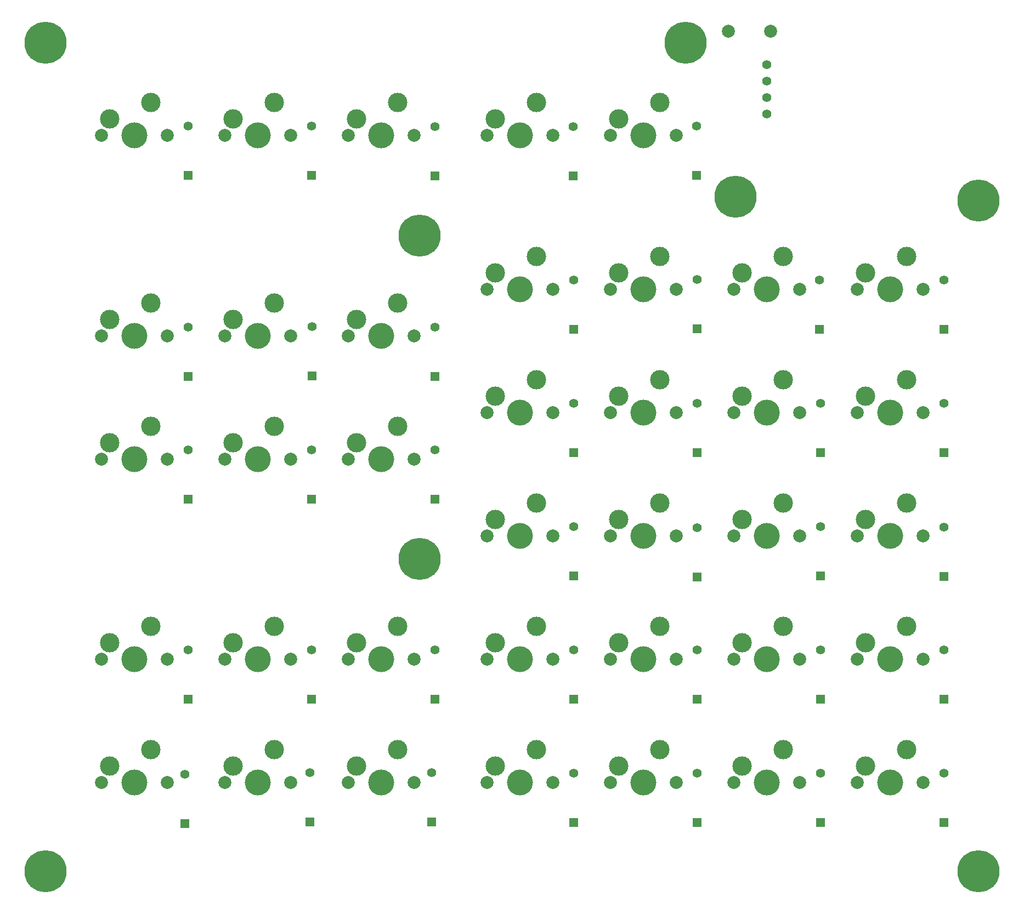
<source format=gbr>
G04 #@! TF.GenerationSoftware,KiCad,Pcbnew,7.0.6*
G04 #@! TF.CreationDate,2023-08-25T23:20:31+09:00*
G04 #@! TF.ProjectId,yamata37,79616d61-7461-4333-972e-6b696361645f,rev?*
G04 #@! TF.SameCoordinates,Original*
G04 #@! TF.FileFunction,Soldermask,Top*
G04 #@! TF.FilePolarity,Negative*
%FSLAX46Y46*%
G04 Gerber Fmt 4.6, Leading zero omitted, Abs format (unit mm)*
G04 Created by KiCad (PCBNEW 7.0.6) date 2023-08-25 23:20:31*
%MOMM*%
%LPD*%
G01*
G04 APERTURE LIST*
%ADD10C,2.000000*%
%ADD11C,3.000000*%
%ADD12C,4.000000*%
%ADD13R,1.397000X1.397000*%
%ADD14C,1.397000*%
%ADD15C,6.500000*%
G04 APERTURE END LIST*
D10*
X28257500Y-133350000D03*
D11*
X29527500Y-130810000D03*
D12*
X33337500Y-133350000D03*
D11*
X35877500Y-128270000D03*
D10*
X38417500Y-133350000D03*
D13*
X60721926Y-89524133D03*
D14*
X60721926Y-81904133D03*
D10*
X47307500Y-33337500D03*
D11*
X48577500Y-30797500D03*
D12*
X52387500Y-33337500D03*
D11*
X54927500Y-28257500D03*
D10*
X57467500Y-33337500D03*
D15*
X118467287Y-19050016D03*
D10*
X87788750Y-95250000D03*
D11*
X89058750Y-92710000D03*
D12*
X92868750Y-95250000D03*
D11*
X95408750Y-90170000D03*
D10*
X97948750Y-95250000D03*
D13*
X60721926Y-120502287D03*
D14*
X60721926Y-112882287D03*
D10*
X66357500Y-64293750D03*
D11*
X67627500Y-61753750D03*
D12*
X71437500Y-64293750D03*
D11*
X73977500Y-59213750D03*
D10*
X76517500Y-64293750D03*
X28257500Y-114300000D03*
D11*
X29527500Y-111760000D03*
D12*
X33337500Y-114300000D03*
D11*
X35877500Y-109220000D03*
D10*
X38417500Y-114300000D03*
X125888750Y-76200000D03*
D11*
X127158750Y-73660000D03*
D12*
X130968750Y-76200000D03*
D11*
X133508750Y-71120000D03*
D10*
X136048750Y-76200000D03*
D13*
X79248000Y-139446000D03*
D14*
X79248000Y-131826000D03*
D10*
X66357500Y-83343750D03*
D11*
X67627500Y-80803750D03*
D12*
X71437500Y-83343750D03*
D11*
X73977500Y-78263750D03*
D10*
X76517500Y-83343750D03*
D15*
X77390690Y-98821958D03*
D13*
X120130000Y-39530000D03*
D14*
X120130000Y-31910000D03*
D10*
X106838750Y-57150000D03*
D11*
X108108750Y-54610000D03*
D12*
X111918750Y-57150000D03*
D11*
X114458750Y-52070000D03*
D10*
X116998750Y-57150000D03*
D13*
X60452000Y-139446000D03*
D14*
X60452000Y-131826000D03*
D10*
X66357500Y-133350000D03*
D11*
X67627500Y-130810000D03*
D12*
X71437500Y-133350000D03*
D11*
X73977500Y-128270000D03*
D10*
X76517500Y-133350000D03*
D13*
X41671910Y-120502287D03*
D14*
X41671910Y-112882287D03*
D13*
X158353258Y-101523626D03*
D14*
X158353258Y-93903626D03*
D13*
X79771942Y-120502287D03*
D14*
X79771942Y-112882287D03*
D13*
X101092000Y-39627000D03*
D14*
X101092000Y-32007000D03*
D15*
X163711075Y-147042311D03*
D13*
X158353258Y-82402255D03*
D14*
X158353258Y-74782255D03*
D13*
X41656000Y-39530000D03*
D14*
X41656000Y-31910000D03*
D13*
X139303242Y-101452271D03*
D14*
X139303242Y-93832271D03*
D13*
X60786177Y-70538904D03*
D14*
X60786177Y-62918904D03*
D13*
X41671910Y-89546011D03*
D14*
X41671910Y-81926011D03*
D10*
X47307500Y-83343750D03*
D11*
X48577500Y-80803750D03*
D12*
X52387500Y-83343750D03*
D11*
X54927500Y-78263750D03*
D10*
X57467500Y-83343750D03*
X87788750Y-57150000D03*
D11*
X89058750Y-54610000D03*
D12*
X92868750Y-57150000D03*
D11*
X95408750Y-52070000D03*
D10*
X97948750Y-57150000D03*
X144938750Y-114300000D03*
D11*
X146208750Y-111760000D03*
D12*
X150018750Y-114300000D03*
D11*
X152558750Y-109220000D03*
D10*
X155098750Y-114300000D03*
D13*
X101203210Y-82380377D03*
D14*
X101203210Y-74760377D03*
D13*
X120253226Y-82402255D03*
D14*
X120253226Y-74782255D03*
D10*
X125888750Y-95250000D03*
D11*
X127158750Y-92710000D03*
D12*
X130968750Y-95250000D03*
D11*
X133508750Y-90170000D03*
D10*
X136048750Y-95250000D03*
X131564173Y-17264077D03*
X125064173Y-17264077D03*
X87788750Y-133350000D03*
D11*
X89058750Y-130810000D03*
D12*
X92868750Y-133350000D03*
D11*
X95408750Y-128270000D03*
D10*
X97948750Y-133350000D03*
D13*
X101203210Y-101452271D03*
D14*
X101203210Y-93832271D03*
X130968860Y-30003772D03*
X130968860Y-27463772D03*
X130968860Y-24923772D03*
X130968860Y-22383772D03*
D13*
X79756000Y-70615000D03*
D14*
X79756000Y-62995000D03*
D10*
X66357500Y-33337500D03*
D11*
X67627500Y-30797500D03*
D12*
X71437500Y-33337500D03*
D11*
X73977500Y-28257500D03*
D10*
X76517500Y-33337500D03*
X87788750Y-114300000D03*
D11*
X89058750Y-111760000D03*
D12*
X92868750Y-114300000D03*
D11*
X95408750Y-109220000D03*
D10*
X97948750Y-114300000D03*
D13*
X158353258Y-120491348D03*
D14*
X158353258Y-112871348D03*
D10*
X106838750Y-95250000D03*
D11*
X108108750Y-92710000D03*
D12*
X111918750Y-95250000D03*
D11*
X114458750Y-90170000D03*
D10*
X116998750Y-95250000D03*
D13*
X139303242Y-139544252D03*
D14*
X139303242Y-131924252D03*
D10*
X125888750Y-114300000D03*
D11*
X127158750Y-111760000D03*
D12*
X130968750Y-114300000D03*
D11*
X133508750Y-109220000D03*
D10*
X136048750Y-114300000D03*
X125888750Y-133350000D03*
D11*
X127158750Y-130810000D03*
D12*
X130968750Y-133350000D03*
D11*
X133508750Y-128270000D03*
D10*
X136048750Y-133350000D03*
X144938750Y-133350000D03*
D11*
X146208750Y-130810000D03*
D12*
X150018750Y-133350000D03*
D11*
X152558750Y-128270000D03*
D10*
X155098750Y-133350000D03*
D15*
X163711075Y-43457849D03*
D13*
X41656000Y-70615000D03*
D14*
X41656000Y-62995000D03*
D15*
X19645329Y-147042311D03*
D13*
X120253226Y-101603000D03*
D14*
X120253226Y-93983000D03*
D13*
X120253226Y-139552303D03*
D14*
X120253226Y-131932303D03*
D10*
X87788750Y-76200000D03*
D11*
X89058750Y-73660000D03*
D12*
X92868750Y-76200000D03*
D11*
X95408750Y-71120000D03*
D10*
X97948750Y-76200000D03*
D13*
X79771942Y-89546011D03*
D14*
X79771942Y-81926011D03*
D13*
X60694000Y-39530000D03*
D14*
X60694000Y-31910000D03*
D15*
X126206356Y-42862536D03*
D13*
X79756000Y-39624000D03*
D14*
X79756000Y-32004000D03*
D13*
X158353258Y-63344250D03*
D14*
X158353258Y-55724250D03*
D10*
X144938750Y-76200000D03*
D11*
X146208750Y-73660000D03*
D12*
X150018750Y-76200000D03*
D11*
X152558750Y-71120000D03*
D10*
X155098750Y-76200000D03*
X106838750Y-133350000D03*
D11*
X108108750Y-130810000D03*
D12*
X111918750Y-133350000D03*
D11*
X114458750Y-128270000D03*
D10*
X116998750Y-133350000D03*
D13*
X101203210Y-139552303D03*
D14*
X101203210Y-131932303D03*
D13*
X139303242Y-120502287D03*
D14*
X139303242Y-112882287D03*
D10*
X28257500Y-83343750D03*
D11*
X29527500Y-80803750D03*
D12*
X33337500Y-83343750D03*
D11*
X35877500Y-78263750D03*
D10*
X38417500Y-83343750D03*
X47307500Y-64293750D03*
D11*
X48577500Y-61753750D03*
D12*
X52387500Y-64293750D03*
D11*
X54927500Y-59213750D03*
D10*
X57467500Y-64293750D03*
D15*
X19645329Y-19050016D03*
D13*
X120253226Y-120502287D03*
D14*
X120253226Y-112882287D03*
D13*
X139160250Y-63352239D03*
D14*
X139160250Y-55732239D03*
D10*
X66357500Y-114300000D03*
D11*
X67627500Y-111760000D03*
D12*
X71437500Y-114300000D03*
D11*
X73977500Y-109220000D03*
D10*
X76517500Y-114300000D03*
D15*
X77390690Y-48815666D03*
D13*
X101203210Y-63341300D03*
D14*
X101203210Y-55721300D03*
D10*
X47307500Y-133350000D03*
D11*
X48577500Y-130810000D03*
D12*
X52387500Y-133350000D03*
D11*
X54927500Y-128270000D03*
D10*
X57467500Y-133350000D03*
D13*
X41148000Y-139703000D03*
D14*
X41148000Y-132083000D03*
D10*
X125888750Y-57150000D03*
D11*
X127158750Y-54610000D03*
D12*
X130968750Y-57150000D03*
D11*
X133508750Y-52070000D03*
D10*
X136048750Y-57150000D03*
X87788750Y-33337500D03*
D11*
X89058750Y-30797500D03*
D12*
X92868750Y-33337500D03*
D11*
X95408750Y-28257500D03*
D10*
X97948750Y-33337500D03*
X28257500Y-64293750D03*
D11*
X29527500Y-61753750D03*
D12*
X33337500Y-64293750D03*
D11*
X35877500Y-59213750D03*
D10*
X38417500Y-64293750D03*
X47307500Y-114300000D03*
D11*
X48577500Y-111760000D03*
D12*
X52387500Y-114300000D03*
D11*
X54927500Y-109220000D03*
D10*
X57467500Y-114300000D03*
D13*
X101203210Y-120502287D03*
D14*
X101203210Y-112882287D03*
D10*
X106838750Y-114300000D03*
D11*
X108108750Y-111760000D03*
D12*
X111918750Y-114300000D03*
D11*
X114458750Y-109220000D03*
D10*
X116998750Y-114300000D03*
X144938750Y-57150000D03*
D11*
X146208750Y-54610000D03*
D12*
X150018750Y-57150000D03*
D11*
X152558750Y-52070000D03*
D10*
X155098750Y-57150000D03*
D13*
X139303242Y-82402255D03*
D14*
X139303242Y-74782255D03*
D10*
X144938750Y-95250000D03*
D11*
X146208750Y-92710000D03*
D12*
X150018750Y-95250000D03*
D11*
X152558750Y-90170000D03*
D10*
X155098750Y-95250000D03*
D13*
X158353258Y-139552303D03*
D14*
X158353258Y-131932303D03*
D10*
X28257500Y-33337500D03*
D11*
X29527500Y-30797500D03*
D12*
X33337500Y-33337500D03*
D11*
X35877500Y-28257500D03*
D10*
X38417500Y-33337500D03*
X116998750Y-33337500D03*
D11*
X114458750Y-28257500D03*
D12*
X111918750Y-33337500D03*
D11*
X108108750Y-30797500D03*
D10*
X106838750Y-33337500D03*
X106838750Y-76200000D03*
D11*
X108108750Y-73660000D03*
D12*
X111918750Y-76200000D03*
D11*
X114458750Y-71120000D03*
D10*
X116998750Y-76200000D03*
D13*
X120253226Y-63246000D03*
D14*
X120253226Y-55626000D03*
M02*

</source>
